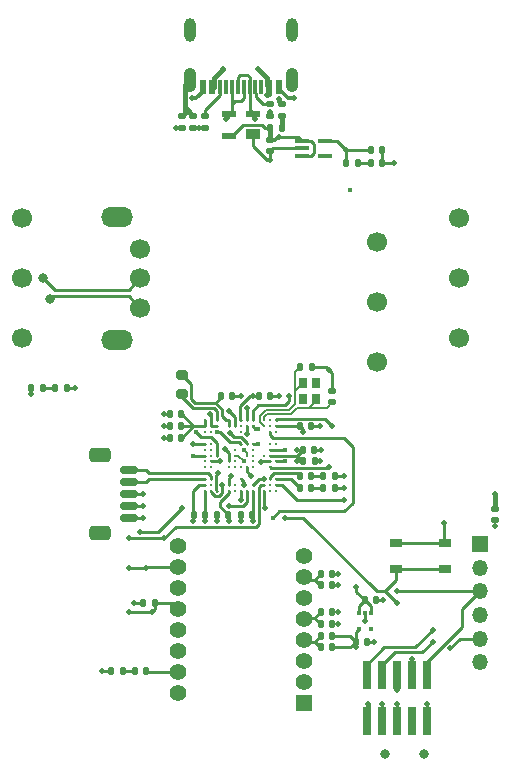
<source format=gbr>
%TF.GenerationSoftware,KiCad,Pcbnew,6.0.7+dfsg-1~bpo11+1*%
%TF.CreationDate,2022-10-07T12:23:39+00:00*%
%TF.ProjectId,redshift,72656473-6869-4667-942e-6b696361645f,0.2*%
%TF.SameCoordinates,Original*%
%TF.FileFunction,Copper,L1,Top*%
%TF.FilePolarity,Positive*%
%FSLAX46Y46*%
G04 Gerber Fmt 4.6, Leading zero omitted, Abs format (unit mm)*
G04 Created by KiCad (PCBNEW 6.0.7+dfsg-1~bpo11+1) date 2022-10-07 12:23:39*
%MOMM*%
%LPD*%
G01*
G04 APERTURE LIST*
G04 Aperture macros list*
%AMRoundRect*
0 Rectangle with rounded corners*
0 $1 Rounding radius*
0 $2 $3 $4 $5 $6 $7 $8 $9 X,Y pos of 4 corners*
0 Add a 4 corners polygon primitive as box body*
4,1,4,$2,$3,$4,$5,$6,$7,$8,$9,$2,$3,0*
0 Add four circle primitives for the rounded corners*
1,1,$1+$1,$2,$3*
1,1,$1+$1,$4,$5*
1,1,$1+$1,$6,$7*
1,1,$1+$1,$8,$9*
0 Add four rect primitives between the rounded corners*
20,1,$1+$1,$2,$3,$4,$5,0*
20,1,$1+$1,$4,$5,$6,$7,0*
20,1,$1+$1,$6,$7,$8,$9,0*
20,1,$1+$1,$8,$9,$2,$3,0*%
G04 Aperture macros list end*
%TA.AperFunction,SMDPad,CuDef*%
%ADD10RoundRect,0.135000X0.135000X0.185000X-0.135000X0.185000X-0.135000X-0.185000X0.135000X-0.185000X0*%
%TD*%
%TA.AperFunction,SMDPad,CuDef*%
%ADD11RoundRect,0.147500X0.147500X0.172500X-0.147500X0.172500X-0.147500X-0.172500X0.147500X-0.172500X0*%
%TD*%
%TA.AperFunction,SMDPad,CuDef*%
%ADD12RoundRect,0.140000X-0.140000X-0.170000X0.140000X-0.170000X0.140000X0.170000X-0.140000X0.170000X0*%
%TD*%
%TA.AperFunction,SMDPad,CuDef*%
%ADD13RoundRect,0.140000X0.140000X0.170000X-0.140000X0.170000X-0.140000X-0.170000X0.140000X-0.170000X0*%
%TD*%
%TA.AperFunction,SMDPad,CuDef*%
%ADD14RoundRect,0.140000X-0.170000X0.140000X-0.170000X-0.140000X0.170000X-0.140000X0.170000X0.140000X0*%
%TD*%
%TA.AperFunction,ComponentPad*%
%ADD15C,1.700000*%
%TD*%
%TA.AperFunction,ComponentPad*%
%ADD16O,2.700000X1.700000*%
%TD*%
%TA.AperFunction,SMDPad,CuDef*%
%ADD17RoundRect,0.147500X-0.147500X-0.172500X0.147500X-0.172500X0.147500X0.172500X-0.147500X0.172500X0*%
%TD*%
%TA.AperFunction,SMDPad,CuDef*%
%ADD18R,0.600000X1.150000*%
%TD*%
%TA.AperFunction,SMDPad,CuDef*%
%ADD19R,0.300000X1.150000*%
%TD*%
%TA.AperFunction,ComponentPad*%
%ADD20O,1.050000X2.100000*%
%TD*%
%TA.AperFunction,ComponentPad*%
%ADD21O,1.000000X2.000000*%
%TD*%
%TA.AperFunction,SMDPad,CuDef*%
%ADD22RoundRect,0.200000X0.275000X-0.200000X0.275000X0.200000X-0.275000X0.200000X-0.275000X-0.200000X0*%
%TD*%
%TA.AperFunction,SMDPad,CuDef*%
%ADD23R,0.300000X0.450000*%
%TD*%
%TA.AperFunction,SMDPad,CuDef*%
%ADD24RoundRect,0.140000X0.170000X-0.140000X0.170000X0.140000X-0.170000X0.140000X-0.170000X-0.140000X0*%
%TD*%
%TA.AperFunction,SMDPad,CuDef*%
%ADD25R,0.800000X0.900000*%
%TD*%
%TA.AperFunction,SMDPad,CuDef*%
%ADD26R,1.170000X0.400000*%
%TD*%
%TA.AperFunction,SMDPad,CuDef*%
%ADD27R,1.050000X0.650000*%
%TD*%
%TA.AperFunction,SMDPad,CuDef*%
%ADD28RoundRect,0.147500X-0.172500X0.147500X-0.172500X-0.147500X0.172500X-0.147500X0.172500X0.147500X0*%
%TD*%
%TA.AperFunction,SMDPad,CuDef*%
%ADD29RoundRect,0.135000X-0.185000X0.135000X-0.185000X-0.135000X0.185000X-0.135000X0.185000X0.135000X0*%
%TD*%
%TA.AperFunction,SMDPad,CuDef*%
%ADD30RoundRect,0.135000X-0.135000X-0.185000X0.135000X-0.185000X0.135000X0.185000X-0.135000X0.185000X0*%
%TD*%
%TA.AperFunction,SMDPad,CuDef*%
%ADD31RoundRect,0.135000X0.185000X-0.135000X0.185000X0.135000X-0.185000X0.135000X-0.185000X-0.135000X0*%
%TD*%
%TA.AperFunction,SMDPad,CuDef*%
%ADD32RoundRect,0.150000X0.625000X-0.150000X0.625000X0.150000X-0.625000X0.150000X-0.625000X-0.150000X0*%
%TD*%
%TA.AperFunction,SMDPad,CuDef*%
%ADD33RoundRect,0.250000X0.650000X-0.350000X0.650000X0.350000X-0.650000X0.350000X-0.650000X-0.350000X0*%
%TD*%
%TA.AperFunction,SMDPad,CuDef*%
%ADD34R,0.740000X2.400000*%
%TD*%
%TA.AperFunction,ComponentPad*%
%ADD35R,1.350000X1.350000*%
%TD*%
%TA.AperFunction,ComponentPad*%
%ADD36O,1.350000X1.350000*%
%TD*%
%TA.AperFunction,SMDPad,CuDef*%
%ADD37R,1.168400X0.889000*%
%TD*%
%TA.AperFunction,SMDPad,CuDef*%
%ADD38R,1.168400X0.482600*%
%TD*%
%TA.AperFunction,ComponentPad*%
%ADD39R,1.400000X1.400000*%
%TD*%
%TA.AperFunction,ComponentPad*%
%ADD40C,1.400000*%
%TD*%
%TA.AperFunction,SMDPad,CuDef*%
%ADD41C,0.240000*%
%TD*%
%TA.AperFunction,SMDPad,CuDef*%
%ADD42RoundRect,0.147500X0.172500X-0.147500X0.172500X0.147500X-0.172500X0.147500X-0.172500X-0.147500X0*%
%TD*%
%TA.AperFunction,ViaPad*%
%ADD43C,0.450000*%
%TD*%
%TA.AperFunction,ViaPad*%
%ADD44C,0.500000*%
%TD*%
%TA.AperFunction,ViaPad*%
%ADD45C,0.800000*%
%TD*%
%TA.AperFunction,Conductor*%
%ADD46C,0.250000*%
%TD*%
%TA.AperFunction,Conductor*%
%ADD47C,0.450000*%
%TD*%
%TA.AperFunction,Conductor*%
%ADD48C,0.400000*%
%TD*%
%TA.AperFunction,Conductor*%
%ADD49C,0.350000*%
%TD*%
%TA.AperFunction,Conductor*%
%ADD50C,0.200000*%
%TD*%
G04 APERTURE END LIST*
D10*
%TO.P,R6,1*%
%TO.N,+3V3*%
X145510000Y-95750000D03*
%TO.P,R6,2*%
%TO.N,Net-(D4-Pad2)*%
X144490000Y-95750000D03*
%TD*%
D11*
%TO.P,FB1,1*%
%TO.N,/VBUS_F_*%
X140985000Y-65250000D03*
%TO.P,FB1,2*%
%TO.N,+5V*%
X140015000Y-65250000D03*
%TD*%
D12*
%TO.P,C24,1*%
%TO.N,+3V3*%
X142790000Y-93500000D03*
%TO.P,C24,2*%
%TO.N,GND*%
X143750000Y-93500000D03*
%TD*%
D13*
%TO.P,C11,1*%
%TO.N,/PMU*%
X132480000Y-91500000D03*
%TO.P,C11,2*%
%TO.N,+3V3*%
X131520000Y-91500000D03*
%TD*%
%TO.P,C13,1*%
%TO.N,/PMU*%
X132480000Y-89500000D03*
%TO.P,C13,2*%
%TO.N,+3V3*%
X131520000Y-89500000D03*
%TD*%
D12*
%TO.P,C10,1*%
%TO.N,+3V3*%
X148520000Y-67100000D03*
%TO.P,C10,2*%
%TO.N,GND*%
X149480000Y-67100000D03*
%TD*%
D14*
%TO.P,C8,1*%
%TO.N,+5V*%
X140000000Y-66250000D03*
%TO.P,C8,2*%
%TO.N,GND*%
X140000000Y-67210000D03*
%TD*%
D15*
%TO.P,ENC1,A,A*%
%TO.N,/ENC_A*%
X129000000Y-80500000D03*
%TO.P,ENC1,B,B*%
%TO.N,/ENC_B*%
X129000000Y-78000000D03*
%TO.P,ENC1,C,C*%
%TO.N,GND*%
X129000000Y-75500000D03*
D16*
%TO.P,ENC1,MP*%
%TO.N,N/C*%
X127000000Y-72800000D03*
X127000000Y-83200000D03*
%TD*%
D12*
%TO.P,C14,1*%
%TO.N,/1v2*%
X135790000Y-88000000D03*
%TO.P,C14,2*%
%TO.N,GND*%
X136750000Y-88000000D03*
%TD*%
%TO.P,C20,1*%
%TO.N,Net-(C19-Pad1)*%
X144270000Y-109250000D03*
%TO.P,C20,2*%
%TO.N,+1V8*%
X145230000Y-109250000D03*
%TD*%
D17*
%TO.P,D3,1,K*%
%TO.N,/FAULT_LED*%
X142520000Y-94750000D03*
%TO.P,D3,2,A*%
%TO.N,Net-(D3-Pad2)*%
X143490000Y-94750000D03*
%TD*%
D18*
%TO.P,J1,A1,GND*%
%TO.N,GND*%
X140700000Y-61755000D03*
%TO.P,J1,A4,VBUS*%
%TO.N,/VBUS_*%
X139900000Y-61755000D03*
D19*
%TO.P,J1,A5,CC1*%
%TO.N,Net-(J1-PadA5)*%
X138750000Y-61755000D03*
%TO.P,J1,A6,D+*%
%TO.N,/USB_D+*%
X137750000Y-61755000D03*
%TO.P,J1,A7,D-*%
%TO.N,/USB_D-*%
X137250000Y-61755000D03*
%TO.P,J1,A8,SBU1*%
%TO.N,unconnected-(J1-PadA8)*%
X136250000Y-61755000D03*
D18*
%TO.P,J1,B1,GND*%
%TO.N,GND*%
X134300000Y-61755000D03*
%TO.P,J1,B4,VBUS*%
%TO.N,/VBUS_*%
X135100000Y-61755000D03*
D19*
%TO.P,J1,B5,CC2*%
%TO.N,Net-(J1-PadB5)*%
X135750000Y-61755000D03*
%TO.P,J1,B6,D+*%
%TO.N,/USB_D+*%
X136750000Y-61755000D03*
%TO.P,J1,B7,D-*%
%TO.N,/USB_D-*%
X138250000Y-61755000D03*
%TO.P,J1,B8,SBU2*%
%TO.N,unconnected-(J1-PadB8)*%
X139250000Y-61755000D03*
D20*
%TO.P,J1,S1,SHIELD*%
%TO.N,/SH*%
X141820000Y-61180000D03*
D21*
%TO.P,J1,S2,SHIELD*%
X141820000Y-57000000D03*
%TO.P,J1,S3,SHIELD*%
X133180000Y-57000000D03*
D20*
%TO.P,J1,S4,SHIELD*%
X133180000Y-61180000D03*
%TD*%
D22*
%TO.P,L1,1,1*%
%TO.N,/_1v2*%
X132500000Y-87825000D03*
%TO.P,L1,2,2*%
%TO.N,/1v2*%
X132500000Y-86175000D03*
%TD*%
D17*
%TO.P,D4,1,K*%
%TO.N,/USER_LED*%
X142515000Y-95750000D03*
%TO.P,D4,2,A*%
%TO.N,Net-(D4-Pad2)*%
X143485000Y-95750000D03*
%TD*%
D12*
%TO.P,C2,1*%
%TO.N,+5V*%
X148020000Y-105250000D03*
%TO.P,C2,2*%
%TO.N,GND*%
X148980000Y-105250000D03*
%TD*%
D23*
%TO.P,U3,1,EN*%
%TO.N,+5V*%
X148500000Y-106300000D03*
%TO.P,U3,2,GND*%
%TO.N,GND*%
X148000000Y-106300000D03*
%TO.P,U3,3,IN*%
%TO.N,+5V*%
X147500000Y-106300000D03*
%TO.P,U3,4,OUT*%
%TO.N,+1V8*%
X147500000Y-107700000D03*
%TO.P,U3,5,NC*%
%TO.N,unconnected-(U3-Pad5)*%
X148500000Y-107700000D03*
%TD*%
D13*
%TO.P,C4,1*%
%TO.N,+3V3*%
X136460000Y-98000000D03*
%TO.P,C4,2*%
%TO.N,GND*%
X135500000Y-98000000D03*
%TD*%
D24*
%TO.P,C15,1*%
%TO.N,/XTAL+*%
X145250000Y-88480000D03*
%TO.P,C15,2*%
%TO.N,GND*%
X145250000Y-87520000D03*
%TD*%
D10*
%TO.P,R4,1*%
%TO.N,+3V3*%
X122760000Y-87250000D03*
%TO.P,R4,2*%
%TO.N,Net-(D2-Pad2)*%
X121740000Y-87250000D03*
%TD*%
D25*
%TO.P,Y1,1,1*%
%TO.N,/XTAL+*%
X143850000Y-88250000D03*
%TO.P,Y1,2,2*%
%TO.N,unconnected-(Y1-Pad2)*%
X143850000Y-86850000D03*
%TO.P,Y1,3,3*%
%TO.N,/XTAL-*%
X142750000Y-86850000D03*
%TO.P,Y1,4*%
%TO.N,N/C*%
X142750000Y-88250000D03*
%TD*%
D14*
%TO.P,C1,1*%
%TO.N,/SH*%
X133500000Y-64270000D03*
%TO.P,C1,2*%
%TO.N,GND*%
X133500000Y-65230000D03*
%TD*%
D26*
%TO.P,U2,1,VIN*%
%TO.N,+5V*%
X142730000Y-66350000D03*
%TO.P,U2,2,GND*%
%TO.N,GND*%
X142730000Y-67000000D03*
%TO.P,U2,3,EN*%
%TO.N,+5V*%
X142730000Y-67650000D03*
%TO.P,U2,4*%
%TO.N,N/C*%
X144670000Y-67650000D03*
%TO.P,U2,5,VOUT*%
%TO.N,+3V3*%
X144670000Y-66350000D03*
%TD*%
D12*
%TO.P,C23,1*%
%TO.N,/XTAL-*%
X142540000Y-85500000D03*
%TO.P,C23,2*%
%TO.N,GND*%
X143500000Y-85500000D03*
%TD*%
%TO.P,C6,1*%
%TO.N,+3V3*%
X142500000Y-90500000D03*
%TO.P,C6,2*%
%TO.N,GND*%
X143460000Y-90500000D03*
%TD*%
D11*
%TO.P,D5,1,K*%
%TO.N,/SNSR_LED*%
X129485000Y-111250000D03*
%TO.P,D5,2,A*%
%TO.N,Net-(D5-Pad2)*%
X128515000Y-111250000D03*
%TD*%
D13*
%TO.P,C12,1*%
%TO.N,/PMU*%
X132480000Y-90500000D03*
%TO.P,C12,2*%
%TO.N,+3V3*%
X131520000Y-90500000D03*
%TD*%
D27*
%TO.P,SW4,1,1*%
%TO.N,/ISP*%
X150675000Y-102575000D03*
X154825000Y-102575000D03*
%TO.P,SW4,2,2*%
%TO.N,GND*%
X154825000Y-100425000D03*
X150675000Y-100425000D03*
%TD*%
D12*
%TO.P,C22,1*%
%TO.N,Net-(C21-Pad1)*%
X144270000Y-106250000D03*
%TO.P,C22,2*%
%TO.N,GND*%
X145230000Y-106250000D03*
%TD*%
D17*
%TO.P,D2,1,K*%
%TO.N,/USB1_LED*%
X119765000Y-87250000D03*
%TO.P,D2,2,A*%
%TO.N,Net-(D2-Pad2)*%
X120735000Y-87250000D03*
%TD*%
D28*
%TO.P,D7,1,K*%
%TO.N,/VBUS_*%
X159000000Y-97515000D03*
%TO.P,D7,2,A*%
%TO.N,/DBG_VIN*%
X159000000Y-98485000D03*
%TD*%
D15*
%TO.P,SW3,1,C*%
%TO.N,GND*%
X149000000Y-74920000D03*
%TO.P,SW3,2,NO*%
%TO.N,/SW3_M_NO*%
X149000000Y-80000000D03*
%TO.P,SW3,3,NC*%
%TO.N,/SW3_M_NC*%
X149000000Y-85080000D03*
%TD*%
D12*
%TO.P,C9,1*%
%TO.N,+3V3*%
X139020000Y-88000000D03*
%TO.P,C9,2*%
%TO.N,GND*%
X139980000Y-88000000D03*
%TD*%
D29*
%TO.P,R1,1*%
%TO.N,/SH*%
X132500000Y-64240000D03*
%TO.P,R1,2*%
%TO.N,GND*%
X132500000Y-65260000D03*
%TD*%
D13*
%TO.P,C3,1*%
%TO.N,+3V3*%
X134480000Y-98000000D03*
%TO.P,C3,2*%
%TO.N,GND*%
X133520000Y-98000000D03*
%TD*%
D30*
%TO.P,R7,1*%
%TO.N,+3V3*%
X126480000Y-111250000D03*
%TO.P,R7,2*%
%TO.N,Net-(D5-Pad2)*%
X127500000Y-111250000D03*
%TD*%
D31*
%TO.P,R2,1*%
%TO.N,GND*%
X140000000Y-64260000D03*
%TO.P,R2,2*%
%TO.N,Net-(J1-PadA5)*%
X140000000Y-63240000D03*
%TD*%
D11*
%TO.P,D6,1,K*%
%TO.N,GND*%
X149485000Y-68200000D03*
%TO.P,D6,2,A*%
%TO.N,Net-(D6-Pad2)*%
X148515000Y-68200000D03*
%TD*%
D13*
%TO.P,C17,1*%
%TO.N,+3V3*%
X145230000Y-103000000D03*
%TO.P,C17,2*%
%TO.N,Net-(C17-Pad2)*%
X144270000Y-103000000D03*
%TD*%
D12*
%TO.P,C7,1*%
%TO.N,+1V8*%
X147270000Y-108750000D03*
%TO.P,C7,2*%
%TO.N,GND*%
X148230000Y-108750000D03*
%TD*%
D13*
%TO.P,C5,1*%
%TO.N,+3V3*%
X138460000Y-98000000D03*
%TO.P,C5,2*%
%TO.N,GND*%
X137500000Y-98000000D03*
%TD*%
D12*
%TO.P,C16,1*%
%TO.N,+3V3*%
X142770000Y-92500000D03*
%TO.P,C16,2*%
%TO.N,GND*%
X143730000Y-92500000D03*
%TD*%
D30*
%TO.P,R8,1*%
%TO.N,GND*%
X129240000Y-105500000D03*
%TO.P,R8,2*%
%TO.N,/FC6_MISO*%
X130260000Y-105500000D03*
%TD*%
D32*
%TO.P,J2,1,Pin_1*%
%TO.N,/SW4_NO*%
X128075000Y-98250000D03*
%TO.P,J2,2,Pin_2*%
%TO.N,/SW4_NC*%
X128075000Y-97250000D03*
%TO.P,J2,3,Pin_3*%
%TO.N,GND*%
X128075000Y-96250000D03*
%TO.P,J2,4,Pin_4*%
%TO.N,/SW5_NC*%
X128075000Y-95250000D03*
%TO.P,J2,5,Pin_5*%
%TO.N,/SW5_NO*%
X128075000Y-94250000D03*
D33*
%TO.P,J2,MP*%
%TO.N,N/C*%
X125550000Y-99550000D03*
X125550000Y-92950000D03*
%TD*%
D34*
%TO.P,J4,1,VTref*%
%TO.N,/DBG_VIN*%
X148210000Y-115450000D03*
%TO.P,J4,2,SWDIO/TMS*%
%TO.N,/SWDIO*%
X148210000Y-111550000D03*
%TO.P,J4,3,GND*%
%TO.N,GND*%
X149480000Y-115450000D03*
%TO.P,J4,4,SWDCLK/TCK*%
%TO.N,/SWCLK*%
X149480000Y-111550000D03*
%TO.P,J4,5,GND*%
%TO.N,GND*%
X150750000Y-115450000D03*
%TO.P,J4,6,SWO/TDO*%
%TO.N,/SWO*%
X150750000Y-111550000D03*
%TO.P,J4,7,KEY*%
%TO.N,unconnected-(J4-Pad7)*%
X152020000Y-115450000D03*
%TO.P,J4,8,NC/TDI*%
%TO.N,/ISP*%
X152020000Y-111550000D03*
%TO.P,J4,9,GNDDetect*%
%TO.N,GND*%
X153290000Y-115450000D03*
%TO.P,J4,10,~{RESET}*%
%TO.N,/RESET*%
X153290000Y-111550000D03*
%TD*%
D35*
%TO.P,J3,1,Pin_1*%
%TO.N,GND*%
X157750000Y-100500000D03*
D36*
%TO.P,J3,2,Pin_2*%
%TO.N,/DBG_VIN*%
X157750000Y-102500000D03*
%TO.P,J3,3,Pin_3*%
%TO.N,/RESET*%
X157750000Y-104500000D03*
%TO.P,J3,4,Pin_4*%
%TO.N,/SWDIO*%
X157750000Y-106500000D03*
%TO.P,J3,5,Pin_5*%
%TO.N,/SWO*%
X157750000Y-108500000D03*
%TO.P,J3,6,Pin_6*%
%TO.N,/SWCLK*%
X157750000Y-110500000D03*
%TD*%
D13*
%TO.P,C18,1*%
%TO.N,+3V3*%
X145230000Y-104000000D03*
%TO.P,C18,2*%
%TO.N,Net-(C17-Pad2)*%
X144270000Y-104000000D03*
%TD*%
D10*
%TO.P,R5,1*%
%TO.N,+3V3*%
X145520000Y-94750000D03*
%TO.P,R5,2*%
%TO.N,Net-(D3-Pad2)*%
X144500000Y-94750000D03*
%TD*%
D37*
%TO.P,D1,1,GND*%
%TO.N,GND*%
X138516343Y-65746800D03*
D38*
%TO.P,D1,2,I/O1*%
%TO.N,/USB_D-*%
X138516343Y-64050000D03*
%TO.P,D1,3,I/O2*%
%TO.N,/USB_D+*%
X136484343Y-64049999D03*
%TO.P,D1,4,VCC*%
%TO.N,+5V*%
X136484343Y-65950001D03*
%TD*%
D39*
%TO.P,U1,1*%
%TO.N,N/C*%
X142850000Y-113985000D03*
D40*
%TO.P,U1,2*%
X142850000Y-112205000D03*
%TO.P,U1,3,GND*%
%TO.N,GND*%
X142850000Y-110425000D03*
%TO.P,U1,4,VDD*%
%TO.N,Net-(C19-Pad1)*%
X142850000Y-108645000D03*
%TO.P,U1,5,VDDPIX*%
%TO.N,Net-(C21-Pad1)*%
X142850000Y-106865000D03*
%TO.P,U1,6,GPO*%
%TO.N,unconnected-(U1-Pad6)*%
X142850000Y-105085000D03*
%TO.P,U1,7,VDDIO*%
%TO.N,Net-(C17-Pad2)*%
X142850000Y-103305000D03*
%TO.P,U1,8,GND*%
%TO.N,GND*%
X142850000Y-101525000D03*
%TO.P,U1,9,MOTION*%
%TO.N,/SNSR_MTN*%
X132150000Y-100635000D03*
%TO.P,U1,10,SCLK*%
%TO.N,/FC6_SCK*%
X132150000Y-102415000D03*
%TO.P,U1,11,MOSI*%
%TO.N,/FC6_MOSI*%
X132150000Y-104195000D03*
%TO.P,U1,12,MISO*%
%TO.N,/FC6_MISO*%
X132150000Y-105975000D03*
%TO.P,U1,13,~{CS}*%
%TO.N,/FC6_CS1*%
X132150000Y-107755000D03*
%TO.P,U1,14,~{RESET}*%
%TO.N,/SNSR_RST*%
X132150000Y-109535000D03*
%TO.P,U1,15,LED_P*%
%TO.N,/SNSR_LED*%
X132150000Y-111315000D03*
%TO.P,U1,16*%
%TO.N,N/C*%
X132150000Y-113095000D03*
%TD*%
D41*
%TO.P,IC1,A1,USB0_DM*%
%TO.N,unconnected-(IC1-PadA1)*%
X140500000Y-96000000D03*
%TO.P,IC1,A2,USB0_DP*%
%TO.N,unconnected-(IC1-PadA2)*%
X140000000Y-96000000D03*
%TO.P,IC1,A3,USB0_3V3*%
%TO.N,+3V3*%
X139500000Y-96000000D03*
%TO.P,IC1,A5,VDD_1*%
X138500000Y-96000000D03*
%TO.P,IC1,A6,PIO1_8/ADC0_4*%
%TO.N,/SNSR_RST*%
X138000000Y-96000000D03*
%TO.P,IC1,A7,PIO0_5/TDI*%
%TO.N,/ISP*%
X137500000Y-96000000D03*
%TO.P,IC1,A8,PIO1_28*%
%TO.N,unconnected-(IC1-PadA8)*%
X137000000Y-96000000D03*
%TO.P,IC1,A9,VDD_2*%
%TO.N,+3V3*%
X136500000Y-96000000D03*
%TO.P,IC1,A11,PIO0_25*%
%TO.N,/SW4_NC*%
X135500000Y-96000000D03*
%TO.P,IC1,A12,PIO0_21*%
%TO.N,/SW4_NO*%
X135000000Y-96000000D03*
%TO.P,IC1,A13,VDD_3*%
%TO.N,+3V3*%
X134500000Y-96000000D03*
%TO.P,IC1,B1,USB0_VSS*%
%TO.N,GND*%
X140500000Y-95500000D03*
%TO.P,IC1,B2,PIO1_4*%
%TO.N,unconnected-(IC1-PadB2)*%
X140000000Y-95500000D03*
%TO.P,IC1,B3,PIO1_13*%
%TO.N,/FC6_MOSI*%
X139500000Y-95500000D03*
%TO.P,IC1,B5,VSS_1*%
%TO.N,GND*%
X138500000Y-95500000D03*
%TO.P,IC1,B8,PIO1_25*%
%TO.N,unconnected-(IC1-PadB8)*%
X137000000Y-95500000D03*
%TO.P,IC1,B9,VSS_2*%
%TO.N,GND*%
X136500000Y-95500000D03*
%TO.P,IC1,B12,PIO0_20*%
%TO.N,unconnected-(IC1-PadB12)*%
X135000000Y-95500000D03*
%TO.P,IC1,B13,VSS_3*%
%TO.N,GND*%
X134500000Y-95500000D03*
%TO.P,IC1,C1,PIO1_9/ADC0_12*%
%TO.N,/USER_LED*%
X140500000Y-95000000D03*
%TO.P,IC1,C2,PIO1_20*%
%TO.N,/FAULT_LED*%
X140000000Y-95000000D03*
%TO.P,IC1,C7,PIO1_16*%
%TO.N,/FC6_MISO*%
X137500000Y-95000000D03*
%TO.P,IC1,C12,PIO0_13*%
%TO.N,/SW5_NO*%
X135000000Y-95000000D03*
%TO.P,IC1,C13,PIO0_14*%
%TO.N,/SW5_NC*%
X134500000Y-95000000D03*
%TO.P,IC1,E2,PIO0_12/ADC0_10*%
%TO.N,/SWDIO*%
X140000000Y-94000000D03*
%TO.P,IC1,E5,PIO0_30*%
%TO.N,unconnected-(IC1-PadE5)*%
X138500000Y-94000000D03*
%TO.P,IC1,E6,PIO0_19*%
%TO.N,/SNSR_MTN*%
X138000000Y-94000000D03*
%TO.P,IC1,E7,PIO0_4/TMS*%
%TO.N,unconnected-(IC1-PadE7)*%
X137500000Y-94000000D03*
%TO.P,IC1,E8,PIO1_27*%
%TO.N,unconnected-(IC1-PadE8)*%
X137000000Y-94000000D03*
%TO.P,IC1,E9,PIO0_22*%
%TO.N,unconnected-(IC1-PadE9)*%
X136500000Y-94000000D03*
%TO.P,IC1,E12,PIO0_24*%
%TO.N,unconnected-(IC1-PadE12)*%
X135000000Y-94000000D03*
%TO.P,IC1,E13,PIO1_26*%
%TO.N,unconnected-(IC1-PadE13)*%
X134500000Y-94000000D03*
%TO.P,IC1,F1,PIO0_11/ADC0_9*%
%TO.N,/SWCLK*%
X140500000Y-93500000D03*
%TO.P,IC1,F2,PIO0_10/ADC0_1*%
%TO.N,/SWO*%
X140000000Y-93500000D03*
%TO.P,IC1,F5,PIO0_1*%
%TO.N,unconnected-(IC1-PadF5)*%
X138500000Y-93500000D03*
%TO.P,IC1,F8,PIO0_3/TCK*%
%TO.N,unconnected-(IC1-PadF8)*%
X137000000Y-93500000D03*
%TO.P,IC1,F9,PIO1_30/WAKEUP*%
%TO.N,/USB1_LED*%
X136500000Y-93500000D03*
%TO.P,IC1,F12,PIO1_12*%
%TO.N,/FC6_SCK*%
X135000000Y-93500000D03*
%TO.P,IC1,F13,PIO0_28/WAKEUP*%
%TO.N,unconnected-(IC1-PadF13)*%
X134500000Y-93500000D03*
%TO.P,IC1,G1,VREFP*%
%TO.N,+3V3*%
X140500000Y-93000000D03*
%TO.P,IC1,G2,VDDA*%
X140000000Y-93000000D03*
%TO.P,IC1,G3,PIO0_17*%
%TO.N,unconnected-(IC1-PadG3)*%
X139500000Y-93000000D03*
%TO.P,IC1,G5,PIO0_7*%
%TO.N,unconnected-(IC1-PadG5)*%
X138500000Y-93000000D03*
%TO.P,IC1,G6,PIO1_11*%
%TO.N,/SW2_R_NO*%
X138000000Y-93000000D03*
%TO.P,IC1,G8,PIO1_29*%
%TO.N,/SW2_R_NC*%
X137000000Y-93000000D03*
%TO.P,IC1,G11,PIO1_1/WAKEUP*%
%TO.N,/ENC_A*%
X135500000Y-93000000D03*
%TO.P,IC1,G12,PIO1_2*%
%TO.N,unconnected-(IC1-PadG12)*%
X135000000Y-93000000D03*
%TO.P,IC1,G13,PIO1_3*%
%TO.N,/ENC_B*%
X134500000Y-93000000D03*
%TO.P,IC1,H1,VREFN*%
%TO.N,GND*%
X140500000Y-92500000D03*
%TO.P,IC1,H2,VSSA*%
X140000000Y-92500000D03*
%TO.P,IC1,H5,PIO1_6*%
%TO.N,unconnected-(IC1-PadH5)*%
X138500000Y-92500000D03*
%TO.P,IC1,H8,PIO0_29*%
%TO.N,unconnected-(IC1-PadH8)*%
X137000000Y-92500000D03*
%TO.P,IC1,H12,PIO0_26*%
%TO.N,unconnected-(IC1-PadH12)*%
X135000000Y-92500000D03*
%TO.P,IC1,H13,PIO1_19/ACMPVREF*%
%TO.N,unconnected-(IC1-PadH13)*%
X134500000Y-92500000D03*
%TO.P,IC1,J1,PIO0_23/ADC0_0*%
%TO.N,unconnected-(IC1-PadJ1)*%
X140500000Y-92000000D03*
%TO.P,IC1,J2,PIO0_16/ADC0_8*%
%TO.N,unconnected-(IC1-PadJ2)*%
X140000000Y-92000000D03*
%TO.P,IC1,J5,PIO1_7*%
%TO.N,/SW3_M_NC*%
X138500000Y-92000000D03*
%TO.P,IC1,J6,RESETN*%
%TO.N,/RESET*%
X138000000Y-92000000D03*
%TO.P,IC1,J7,PIO1_10*%
%TO.N,/SW1_L_NC*%
X137500000Y-92000000D03*
%TO.P,IC1,J12,XTAL32K_N*%
%TO.N,unconnected-(IC1-PadJ12)*%
X135000000Y-92000000D03*
%TO.P,IC1,J13,XTAL32K_P*%
%TO.N,GND*%
X134500000Y-92000000D03*
%TO.P,IC1,L1,PIO0_31/ADC0_3*%
%TO.N,unconnected-(IC1-PadL1)*%
X140500000Y-91000000D03*
%TO.P,IC1,L2,PIO0_15/ADC0_2*%
%TO.N,/FC6_CS1*%
X140000000Y-91000000D03*
%TO.P,IC1,L7,PIO1_14/ACMP0_D*%
%TO.N,unconnected-(IC1-PadL7)*%
X137500000Y-91000000D03*
%TO.P,IC1,L12,PIO0_0/_ACMP0_A*%
%TO.N,unconnected-(IC1-PadL12)*%
X135000000Y-91000000D03*
%TO.P,IC1,L13,PIO0_9/ACMP0_B*%
%TO.N,unconnected-(IC1-PadL13)*%
X134500000Y-91000000D03*
%TO.P,IC1,M1,VDD_4*%
%TO.N,+3V3*%
X140500000Y-90500000D03*
%TO.P,IC1,M2,PIO0_8*%
%TO.N,unconnected-(IC1-PadM2)*%
X140000000Y-90500000D03*
%TO.P,IC1,M3,XTAL32M_N*%
%TO.N,/XTAL-*%
X139500000Y-90500000D03*
%TO.P,IC1,M5,PIO1_5*%
%TO.N,/SW3_M_NO*%
X138500000Y-90500000D03*
%TO.P,IC1,M6,USB1_DP*%
%TO.N,/USB_D+*%
X138000000Y-90500000D03*
%TO.P,IC1,M7,PIO1_21*%
%TO.N,unconnected-(IC1-PadM7)*%
X137500000Y-90500000D03*
%TO.P,IC1,M8,PIO1_22*%
%TO.N,/SW1_L_NO*%
X137000000Y-90500000D03*
%TO.P,IC1,M9,VDD_PMU*%
%TO.N,/1v2*%
X136500000Y-90500000D03*
%TO.P,IC1,M11,VSS_PMU*%
%TO.N,GND*%
X135500000Y-90500000D03*
%TO.P,IC1,M12,VSS_DCDC_1*%
X135000000Y-90500000D03*
%TO.P,IC1,M13,VBAT__PMU*%
%TO.N,/PMU*%
X134500000Y-90500000D03*
%TO.P,IC1,N1,VSS_4*%
%TO.N,GND*%
X140500000Y-90000000D03*
%TO.P,IC1,N2,PIO0_27*%
%TO.N,unconnected-(IC1-PadN2)*%
X140000000Y-90000000D03*
%TO.P,IC1,N3,XTAL32M_P*%
%TO.N,/XTAL+*%
X139500000Y-90000000D03*
%TO.P,IC1,N5,USB1_VSS*%
%TO.N,GND*%
X138500000Y-90000000D03*
%TO.P,IC1,N6,USB1_DM*%
%TO.N,/USB_D-*%
X138000000Y-90000000D03*
%TO.P,IC1,N7,USB1_3V3*%
%TO.N,+3V3*%
X137500000Y-90000000D03*
%TO.P,IC1,N9,FB*%
%TO.N,/1v2*%
X136500000Y-90000000D03*
%TO.P,IC1,N11,LX*%
%TO.N,/_1v2*%
X135500000Y-90000000D03*
%TO.P,IC1,N12,VSS_DCDC_2*%
%TO.N,GND*%
X135000000Y-90000000D03*
%TO.P,IC1,N13,VBAT_DCDC*%
%TO.N,/PMU*%
X134500000Y-90000000D03*
%TD*%
D12*
%TO.P,C19,1*%
%TO.N,Net-(C19-Pad1)*%
X144270000Y-108250000D03*
%TO.P,C19,2*%
%TO.N,+1V8*%
X145230000Y-108250000D03*
%TD*%
D15*
%TO.P,SW2,1,C*%
%TO.N,GND*%
X156000000Y-72920000D03*
%TO.P,SW2,2,NO*%
%TO.N,/SW2_R_NO*%
X156000000Y-78000000D03*
%TO.P,SW2,3,NC*%
%TO.N,/SW2_R_NC*%
X156000000Y-83080000D03*
%TD*%
D42*
%TO.P,F1,1*%
%TO.N,/VBUS_F_*%
X141000000Y-64235000D03*
%TO.P,F1,2*%
%TO.N,/VBUS_*%
X141000000Y-63265000D03*
%TD*%
D30*
%TO.P,R13,1*%
%TO.N,+3V3*%
X146390000Y-68200000D03*
%TO.P,R13,2*%
%TO.N,Net-(D6-Pad2)*%
X147410000Y-68200000D03*
%TD*%
D12*
%TO.P,C21,1*%
%TO.N,Net-(C21-Pad1)*%
X144290000Y-107250000D03*
%TO.P,C21,2*%
%TO.N,GND*%
X145250000Y-107250000D03*
%TD*%
D15*
%TO.P,SW1,1,C*%
%TO.N,GND*%
X119000000Y-72920000D03*
%TO.P,SW1,2,NO*%
%TO.N,/SW1_L_NO*%
X119000000Y-78000000D03*
%TO.P,SW1,3,NC*%
%TO.N,/SW1_L_NC*%
X119000000Y-83080000D03*
%TD*%
D31*
%TO.P,R3,1*%
%TO.N,GND*%
X134500000Y-65260000D03*
%TO.P,R3,2*%
%TO.N,Net-(J1-PadB5)*%
X134500000Y-64240000D03*
%TD*%
D43*
%TO.N,+5V*%
X146750000Y-70500000D03*
D44*
X140700000Y-66000000D03*
X147300000Y-104100000D03*
%TO.N,+3V3*%
X138500000Y-88000000D03*
X146250000Y-94750000D03*
X131000000Y-89500000D03*
X145750000Y-104000000D03*
X138500000Y-98500000D03*
X145750000Y-103000000D03*
X142250000Y-92500000D03*
X123500000Y-87250000D03*
X146400000Y-67100000D03*
X134500000Y-98500000D03*
X146250000Y-95750000D03*
X142750000Y-91000000D03*
X131000000Y-91500000D03*
X136500000Y-98500000D03*
X125750000Y-111250000D03*
X139549011Y-97450989D03*
X142250000Y-93500000D03*
D45*
X153000000Y-118250000D03*
D44*
X131000000Y-90500000D03*
%TO.N,+1V8*%
X147250000Y-109250000D03*
%TO.N,/USB_D+*%
X136250000Y-64500000D03*
X138042518Y-91207482D03*
%TO.N,/USB_D-*%
X138000000Y-89000000D03*
X138750000Y-64500000D03*
%TO.N,/VBUS_*%
X136000000Y-60250000D03*
X159000000Y-96250000D03*
X140718767Y-62781233D03*
X139000000Y-60250000D03*
X139759355Y-62504544D03*
%TO.N,/USB1_LED*%
X136143360Y-92413402D03*
X119750000Y-87750000D03*
D43*
%TO.N,/FC6_CS1*%
X140250000Y-98250000D03*
D44*
%TO.N,/RESET*%
X136620878Y-91129122D03*
X150725500Y-104500000D03*
%TO.N,/FC6_SCK*%
X128000000Y-102500000D03*
X129475500Y-102500000D03*
X135750000Y-93500000D03*
%TO.N,/FC6_MOSI*%
X131024500Y-100000000D03*
X128000000Y-100000000D03*
%TO.N,/FC6_MISO*%
X137750000Y-95500000D03*
X129975500Y-106250000D03*
X128000000Y-106250000D03*
D43*
%TO.N,/SW1_L_NC*%
X135519107Y-91020248D03*
D44*
%TO.N,/SNSR_RST*%
X132500000Y-97450989D03*
X129000000Y-99475500D03*
X136500000Y-97274500D03*
%TO.N,/SW1_L_NO*%
X136500000Y-89250000D03*
%TO.N,GND*%
X136700989Y-94750000D03*
X144270000Y-92500000D03*
X142000000Y-62750000D03*
X145750000Y-107250000D03*
X144250000Y-90500000D03*
X128500000Y-105500000D03*
X146250000Y-96750000D03*
X134000000Y-65250000D03*
X139451727Y-94957641D03*
X134925500Y-89524020D03*
X150750000Y-114000000D03*
X140000000Y-68000000D03*
X141600989Y-88000000D03*
D45*
X149750000Y-118250000D03*
D44*
X145000000Y-85750000D03*
X133475011Y-92000000D03*
X137500000Y-98500000D03*
X148000000Y-107000000D03*
X140750000Y-88000000D03*
X153250000Y-114000000D03*
X150500000Y-68250000D03*
X135500000Y-98500000D03*
X149500000Y-114000000D03*
X148750000Y-108750000D03*
X140000000Y-63909500D03*
X145750000Y-106250000D03*
X145250000Y-90500000D03*
X132000000Y-65250000D03*
X149520000Y-105270000D03*
X137528381Y-87971619D03*
X144250000Y-93500000D03*
X133374500Y-62750000D03*
D43*
X141250000Y-92500000D03*
D44*
X133500000Y-98500000D03*
X129250000Y-96250000D03*
X154750000Y-98750000D03*
%TO.N,/SW4_NC*%
X135544503Y-94500000D03*
X129250000Y-97250000D03*
%TO.N,/SW4_NO*%
X135944011Y-95500000D03*
X129250000Y-98250000D03*
D43*
%TO.N,/SW2_R_NO*%
X137750000Y-92519503D03*
%TO.N,/SW2_R_NC*%
X137750000Y-93500000D03*
%TO.N,/SW3_M_NO*%
X139000000Y-90750000D03*
%TO.N,/SW3_M_NC*%
X139000000Y-92000000D03*
%TO.N,/ENC_B*%
X133500000Y-93000000D03*
D45*
X120750000Y-78000000D03*
%TO.N,/ENC_A*%
X121334080Y-79767133D03*
D43*
X133750000Y-91000000D03*
D44*
%TO.N,/SWO*%
X150750000Y-112874500D03*
X139250000Y-93548273D03*
X155250000Y-109274500D03*
D43*
%TO.N,/SWCLK*%
X141250000Y-93500000D03*
D44*
X153750000Y-108750000D03*
%TO.N,/SWDIO*%
X153750000Y-107750000D03*
X145000000Y-94000000D03*
%TO.N,/SNSR_MTN*%
X138397276Y-94749989D03*
%TO.N,/ISP*%
X141250000Y-98250000D03*
X150725500Y-105500000D03*
X152000000Y-110250000D03*
X137500000Y-96750000D03*
%TO.N,/DBG_VIN*%
X159000000Y-99000000D03*
X148250000Y-114000000D03*
%TD*%
D46*
%TO.N,+5V*%
X142380000Y-66000000D02*
X142730000Y-66350000D01*
X148020000Y-105270000D02*
X148500000Y-105750000D01*
X143414022Y-67650000D02*
X142730000Y-67650000D01*
X148020000Y-105250000D02*
X148000000Y-105250000D01*
X147300000Y-104530000D02*
X148020000Y-105250000D01*
D47*
X140015000Y-65250000D02*
X140015000Y-66235000D01*
D46*
X139547265Y-65250000D02*
X139325054Y-65027789D01*
X136799999Y-65950001D02*
X136434343Y-65950001D01*
X143414022Y-66350000D02*
X143700000Y-66635978D01*
X143700000Y-66635978D02*
X143700000Y-67364022D01*
X148000000Y-105250000D02*
X147500000Y-105750000D01*
X139325054Y-65027789D02*
X137722211Y-65027789D01*
D47*
X140015000Y-66235000D02*
X140000000Y-66250000D01*
D46*
X148020000Y-105250000D02*
X148020000Y-105270000D01*
X147300000Y-104100000D02*
X147300000Y-104530000D01*
X137722211Y-65027789D02*
X136799999Y-65950001D01*
X143700000Y-67364022D02*
X143414022Y-67650000D01*
X147500000Y-105750000D02*
X147500000Y-106300000D01*
X148500000Y-105750000D02*
X148500000Y-106300000D01*
X140604236Y-66000000D02*
X140700000Y-66000000D01*
X140700000Y-66000000D02*
X142380000Y-66000000D01*
X140015000Y-65250000D02*
X139547265Y-65250000D01*
X140354236Y-66250000D02*
X140604236Y-66000000D01*
X142730000Y-66350000D02*
X143414022Y-66350000D01*
%TO.N,+3V3*%
X138500000Y-97980000D02*
X138520000Y-98000000D01*
X136460000Y-98000000D02*
X135750000Y-97290000D01*
X142520000Y-93250000D02*
X142270000Y-93000000D01*
X142250000Y-93500000D02*
X142520000Y-93500000D01*
X138500000Y-98040000D02*
X138460000Y-98000000D01*
X145230000Y-104000000D02*
X145750000Y-104000000D01*
X139020000Y-88000000D02*
X138500000Y-88000000D01*
X146250000Y-95750000D02*
X145510000Y-95750000D01*
X148520000Y-67100000D02*
X146400000Y-67100000D01*
X136500000Y-98500000D02*
X136500000Y-98040000D01*
X138460000Y-98000000D02*
X138500000Y-97960000D01*
X123500000Y-87250000D02*
X122760000Y-87250000D01*
X131000000Y-91500000D02*
X131520000Y-91500000D01*
X136500000Y-98040000D02*
X136460000Y-98000000D01*
X138500000Y-98500000D02*
X138500000Y-98040000D01*
X142770000Y-92500000D02*
X142270000Y-93000000D01*
X142750000Y-91000000D02*
X142750000Y-90750000D01*
X144670000Y-66350000D02*
X145650000Y-66350000D01*
X142270000Y-93000000D02*
X140000000Y-93000000D01*
X146400000Y-67100000D02*
X146400000Y-68190000D01*
X142520000Y-93500000D02*
X142520000Y-93250000D01*
X135750000Y-96908285D02*
X136500000Y-96158285D01*
X145650000Y-66350000D02*
X146400000Y-67100000D01*
X139549011Y-97450989D02*
X139500000Y-97401978D01*
X125750000Y-111250000D02*
X126480000Y-111250000D01*
X134500000Y-97980000D02*
X134520000Y-98000000D01*
X136500000Y-96158285D02*
X136500000Y-96000000D01*
X139500000Y-97401978D02*
X139500000Y-96000000D01*
X146400000Y-68190000D02*
X146390000Y-68200000D01*
X134500000Y-98500000D02*
X134500000Y-98020000D01*
X138500000Y-97960000D02*
X138500000Y-96000000D01*
X134500000Y-96000000D02*
X134500000Y-97980000D01*
X135750000Y-97290000D02*
X135750000Y-96908285D01*
X134500000Y-98020000D02*
X134480000Y-98000000D01*
X136500000Y-97980000D02*
X136520000Y-98000000D01*
X146250000Y-94750000D02*
X145520000Y-94750000D01*
X131000000Y-89500000D02*
X131520000Y-89500000D01*
X145750000Y-103000000D02*
X145230000Y-103000000D01*
X138500000Y-88000000D02*
X138258228Y-88000000D01*
X142750000Y-90750000D02*
X142500000Y-90500000D01*
X137475489Y-88782739D02*
X137475489Y-89975489D01*
X137475489Y-89975489D02*
X137500000Y-90000000D01*
X131000000Y-90500000D02*
X131520000Y-90500000D01*
X142250000Y-92500000D02*
X142770000Y-92500000D01*
X138258228Y-88000000D02*
X137475489Y-88782739D01*
X142500000Y-90500000D02*
X140500000Y-90500000D01*
%TO.N,+1V8*%
X147250000Y-109250000D02*
X147270000Y-109230000D01*
X147270000Y-109230000D02*
X147270000Y-108750000D01*
X145230000Y-109250000D02*
X146770000Y-109250000D01*
X147270000Y-107930000D02*
X147500000Y-107700000D01*
X146770000Y-108250000D02*
X147270000Y-108750000D01*
X145230000Y-108250000D02*
X146770000Y-108250000D01*
X147270000Y-108750000D02*
X147270000Y-107930000D01*
X146770000Y-109250000D02*
X147270000Y-108750000D01*
%TO.N,/PMU*%
X132500000Y-89500000D02*
X133500000Y-90500000D01*
X132500000Y-91500000D02*
X133500000Y-90500000D01*
X132480000Y-89500000D02*
X132500000Y-89500000D01*
X134500000Y-90000000D02*
X134500000Y-90500000D01*
X134500000Y-90500000D02*
X133500000Y-90500000D01*
X132480000Y-91500000D02*
X132500000Y-91500000D01*
X133500000Y-90500000D02*
X132480000Y-90500000D01*
%TO.N,/1v2*%
X136500000Y-90500000D02*
X136500000Y-90000000D01*
X135790000Y-88000000D02*
X135790000Y-88125006D01*
X135899520Y-89649520D02*
X135899520Y-89084514D01*
X135365006Y-88550000D02*
X133659183Y-88550000D01*
X133299520Y-88190337D02*
X133299520Y-86974520D01*
X136250000Y-90000000D02*
X135899520Y-89649520D01*
X133659183Y-88550000D02*
X133299520Y-88190337D01*
X133299520Y-86974520D02*
X132500000Y-86175000D01*
X135899520Y-89084514D02*
X135365006Y-88550000D01*
X136500000Y-90000000D02*
X136250000Y-90000000D01*
X135790000Y-88125006D02*
X135365006Y-88550000D01*
%TO.N,/USB_D+*%
X136750000Y-63784342D02*
X136484343Y-64049999D01*
X137750000Y-62764511D02*
X137750000Y-61755000D01*
X138042518Y-90542518D02*
X138000000Y-90500000D01*
X136750000Y-63750000D02*
X136750000Y-63784342D01*
X137000000Y-63000000D02*
X137514511Y-63000000D01*
X137514511Y-63000000D02*
X137750000Y-62764511D01*
X136484343Y-64049999D02*
X136484343Y-64265657D01*
X136484343Y-64265657D02*
X136250000Y-64500000D01*
X136750000Y-63250000D02*
X137000000Y-63000000D01*
X138042518Y-91207482D02*
X138042518Y-90542518D01*
X136750000Y-63750000D02*
X136750000Y-61755000D01*
%TO.N,/USB_D-*%
X138020000Y-60750000D02*
X137480000Y-60750000D01*
X138250000Y-60980000D02*
X138020000Y-60750000D01*
X138250000Y-63720349D02*
X138516343Y-63986692D01*
X137480000Y-60750000D02*
X137250000Y-60980000D01*
X137250000Y-60980000D02*
X137250000Y-61755000D01*
X138250000Y-61755000D02*
X138250000Y-60980000D01*
X138516343Y-64050000D02*
X138516343Y-64266343D01*
X138000000Y-90000000D02*
X138000000Y-89000000D01*
X138516343Y-63986692D02*
X138516343Y-64050000D01*
X138250000Y-61755000D02*
X138250000Y-63720349D01*
X138516343Y-64266343D02*
X138750000Y-64500000D01*
%TO.N,/VBUS_F_*%
X141000000Y-65235000D02*
X140985000Y-65250000D01*
D47*
X141000000Y-64235000D02*
X141000000Y-65235000D01*
%TO.N,/VBUS_*%
X139900000Y-62363899D02*
X139759355Y-62504544D01*
D48*
X139000000Y-60250000D02*
X139749511Y-60999511D01*
X135250489Y-61755000D02*
X135100000Y-61755000D01*
D47*
X159000000Y-96250000D02*
X159000000Y-97515000D01*
X140718767Y-62983767D02*
X141000000Y-63265000D01*
D48*
X139749511Y-60999511D02*
X139749511Y-61604511D01*
D47*
X139900000Y-61755000D02*
X139900000Y-62363899D01*
D48*
X139749511Y-61604511D02*
X139900000Y-61755000D01*
D47*
X140718767Y-62781233D02*
X140718767Y-62983767D01*
D48*
X135250489Y-60999511D02*
X135250489Y-61755000D01*
X136000000Y-60250000D02*
X135250489Y-60999511D01*
D46*
%TO.N,/USB1_LED*%
X119750000Y-87750000D02*
X119750000Y-87265000D01*
X136143360Y-92413402D02*
X136500000Y-92770042D01*
X119750000Y-87265000D02*
X119765000Y-87250000D01*
X136500000Y-92770042D02*
X136500000Y-93500000D01*
%TO.N,/FC6_CS1*%
X140000000Y-91296640D02*
X140000000Y-91000000D01*
X147000000Y-97000000D02*
X147000000Y-92250000D01*
X140250000Y-98250000D02*
X140775000Y-97725000D01*
X140227871Y-91524511D02*
X140000000Y-91296640D01*
X147000000Y-92250000D02*
X146274511Y-91524511D01*
X140775000Y-97725000D02*
X146275000Y-97725000D01*
X146275000Y-97725000D02*
X147000000Y-97000000D01*
X146274511Y-91524511D02*
X140227871Y-91524511D01*
%TO.N,/RESET*%
X156250000Y-106000000D02*
X156750000Y-105500000D01*
X156250000Y-107500000D02*
X156250000Y-106000000D01*
X136620878Y-91129122D02*
X136911267Y-91419511D01*
X153290000Y-111550000D02*
X153290000Y-110460000D01*
X150725500Y-104500000D02*
X157750000Y-104500000D01*
X153290000Y-110460000D02*
X156250000Y-107500000D01*
X136911267Y-91419511D02*
X137512790Y-91419511D01*
X156750000Y-105500000D02*
X157750000Y-104500000D01*
X137512790Y-91419511D02*
X138000000Y-91906721D01*
X138000000Y-91906721D02*
X138000000Y-92000000D01*
%TO.N,/FC6_SCK*%
X129560500Y-102415000D02*
X132150000Y-102415000D01*
X135750000Y-93500000D02*
X135000000Y-93500000D01*
X129475500Y-102500000D02*
X128000000Y-102500000D01*
X129475500Y-102500000D02*
X129560500Y-102415000D01*
%TO.N,/FC6_MOSI*%
X131999989Y-99024511D02*
X138799022Y-99024511D01*
X139024511Y-95678849D02*
X139203360Y-95500000D01*
X131024500Y-100000000D02*
X128000000Y-100000000D01*
X139024511Y-98799022D02*
X139024511Y-95678849D01*
X139203360Y-95500000D02*
X139500000Y-95500000D01*
X138799022Y-99024511D02*
X139024511Y-98799022D01*
X131024500Y-100000000D02*
X131999989Y-99024511D01*
%TO.N,/FC6_MISO*%
X129975500Y-106250000D02*
X130260000Y-105965500D01*
X131675000Y-105500000D02*
X132150000Y-105975000D01*
X130260000Y-105965500D02*
X130260000Y-105500000D01*
X129975500Y-106250000D02*
X128000000Y-106250000D01*
X137750000Y-95500000D02*
X137750000Y-95250000D01*
X137750000Y-95250000D02*
X137500000Y-95000000D01*
X130260000Y-105500000D02*
X131675000Y-105500000D01*
%TO.N,Net-(D2-Pad2)*%
X120735000Y-87250000D02*
X121740000Y-87250000D01*
%TO.N,Net-(J1-PadB5)*%
X134500000Y-63750000D02*
X134500000Y-64240000D01*
X135750000Y-61755000D02*
X135750000Y-62500000D01*
X135750000Y-62500000D02*
X134500000Y-63750000D01*
%TO.N,Net-(J1-PadA5)*%
X138774511Y-62653533D02*
X139360978Y-63240000D01*
X139360978Y-63240000D02*
X140000000Y-63240000D01*
X138750000Y-61755000D02*
X138750000Y-62258228D01*
X138750000Y-62258228D02*
X138774511Y-62282739D01*
X138774511Y-62282739D02*
X138774511Y-62653533D01*
%TO.N,/SW1_L_NC*%
X135519107Y-91020248D02*
X135770248Y-91020248D01*
X137319031Y-91819031D02*
X137500000Y-92000000D01*
X135770248Y-91020248D02*
X136569031Y-91819031D01*
X136569031Y-91819031D02*
X137319031Y-91819031D01*
D47*
%TO.N,/SH*%
X133180000Y-61180000D02*
X132750000Y-61610000D01*
X132750000Y-63520000D02*
X133500000Y-64270000D01*
X132750000Y-61610000D02*
X132750000Y-63990000D01*
X132750000Y-63990000D02*
X132500000Y-64240000D01*
D46*
%TO.N,/SNSR_RST*%
X138024511Y-96024511D02*
X138000000Y-96000000D01*
X137725500Y-97274500D02*
X138024511Y-96975489D01*
X136500000Y-97274500D02*
X137725500Y-97274500D01*
X130475489Y-99475500D02*
X132500000Y-97450989D01*
X138024511Y-96975489D02*
X138024511Y-96024511D01*
X129000000Y-99475500D02*
X130475489Y-99475500D01*
%TO.N,/SW1_L_NO*%
X136500000Y-89250000D02*
X137000000Y-89750000D01*
X137000000Y-89750000D02*
X137000000Y-90500000D01*
%TO.N,/_1v2*%
X132500000Y-87825000D02*
X132500000Y-88026535D01*
X135199520Y-88949520D02*
X135500000Y-89250000D01*
X132500000Y-88026535D02*
X133422985Y-88949520D01*
X135500000Y-89250000D02*
X135500000Y-90000000D01*
X133422985Y-88949520D02*
X135199520Y-88949520D01*
%TO.N,GND*%
X140000000Y-67210000D02*
X140000000Y-68000000D01*
X144750000Y-85500000D02*
X145000000Y-85750000D01*
X138516343Y-66766343D02*
X138516343Y-65746800D01*
X154750000Y-100350000D02*
X154825000Y-100425000D01*
X129250000Y-96250000D02*
X128075000Y-96250000D01*
X149480000Y-115450000D02*
X149480000Y-114020000D01*
X140000000Y-63909500D02*
X140000000Y-64260000D01*
X149485000Y-67105000D02*
X149485000Y-68200000D01*
X133500000Y-96000000D02*
X133500000Y-98500000D01*
X149520000Y-105270000D02*
X149000000Y-105270000D01*
X140210000Y-67000000D02*
X142730000Y-67000000D01*
X154825000Y-100425000D02*
X150675000Y-100425000D01*
X140000000Y-68000000D02*
X139750000Y-68000000D01*
X138991772Y-88750000D02*
X138500000Y-89241772D01*
X137528381Y-87971619D02*
X136778381Y-87971619D01*
X132000000Y-65250000D02*
X132010000Y-65260000D01*
X144250000Y-90500000D02*
X143460000Y-90500000D01*
X133980000Y-65230000D02*
X133500000Y-65230000D01*
X134925500Y-89524020D02*
X135000000Y-89598520D01*
X133475011Y-92000000D02*
X134500000Y-92000000D01*
X140584520Y-89915480D02*
X140500000Y-90000000D01*
X139451727Y-94957641D02*
X139042359Y-94957641D01*
D49*
X141465481Y-62715481D02*
X140700000Y-61950000D01*
D46*
X154750000Y-98750000D02*
X154750000Y-100350000D01*
X145250000Y-86000000D02*
X145250000Y-87520000D01*
X141250000Y-88750000D02*
X138991772Y-88750000D01*
X148750000Y-108750000D02*
X148230000Y-108750000D01*
X128500000Y-105500000D02*
X129240000Y-105500000D01*
D49*
X140700000Y-61950000D02*
X140700000Y-61755000D01*
D46*
X134500000Y-95500000D02*
X134000000Y-95500000D01*
X139980000Y-88000000D02*
X140750000Y-88000000D01*
X150500000Y-68250000D02*
X149535000Y-68250000D01*
X141250000Y-92500000D02*
X140000000Y-92500000D01*
X144250000Y-93500000D02*
X143710000Y-93500000D01*
X135000000Y-89598520D02*
X135000000Y-90000000D01*
X148000000Y-107000000D02*
X148000000Y-106300000D01*
X149480000Y-114020000D02*
X149500000Y-114000000D01*
X136778381Y-87971619D02*
X136750000Y-88000000D01*
X139750000Y-68000000D02*
X138516343Y-66766343D01*
X143500000Y-85500000D02*
X144750000Y-85500000D01*
X132010000Y-65260000D02*
X132500000Y-65260000D01*
X135000000Y-90500000D02*
X135000000Y-90000000D01*
X149480000Y-67100000D02*
X149485000Y-67105000D01*
X134000000Y-95500000D02*
X133500000Y-96000000D01*
X141600989Y-88399011D02*
X141250000Y-88750000D01*
X136500000Y-94950989D02*
X136500000Y-95500000D01*
D49*
X134300000Y-62200000D02*
X134300000Y-61755000D01*
D46*
X145000000Y-85750000D02*
X145250000Y-86000000D01*
D49*
X133750000Y-62750000D02*
X134300000Y-62200000D01*
D46*
X135500000Y-90500000D02*
X135000000Y-90500000D01*
X141000000Y-95500000D02*
X140500000Y-95500000D01*
X138500000Y-89241772D02*
X138500000Y-90000000D01*
X140000000Y-67210000D02*
X140210000Y-67000000D01*
X144270000Y-92500000D02*
X143730000Y-92500000D01*
D49*
X133374500Y-62750000D02*
X133750000Y-62750000D01*
D46*
X144665480Y-89915480D02*
X140584520Y-89915480D01*
X134000000Y-65250000D02*
X133980000Y-65230000D01*
X141600989Y-88000000D02*
X141600989Y-88399011D01*
X139042359Y-94957641D02*
X138500000Y-95500000D01*
X150750000Y-115450000D02*
X150750000Y-114000000D01*
X145250000Y-90500000D02*
X144665480Y-89915480D01*
X146250000Y-96750000D02*
X142250000Y-96750000D01*
X149535000Y-68250000D02*
X149485000Y-68200000D01*
X153290000Y-115450000D02*
X153290000Y-114040000D01*
D49*
X142000000Y-62750000D02*
X141965481Y-62715481D01*
D46*
X136700989Y-94750000D02*
X136500000Y-94950989D01*
X153290000Y-114040000D02*
X153250000Y-114000000D01*
X142250000Y-96750000D02*
X141000000Y-95500000D01*
D49*
X141965481Y-62715481D02*
X141465481Y-62715481D01*
D46*
%TO.N,Net-(C17-Pad2)*%
X144250000Y-103000000D02*
X143750000Y-103500000D01*
X144250000Y-104000000D02*
X143750000Y-103500000D01*
X143045000Y-103500000D02*
X142850000Y-103305000D01*
X144270000Y-103000000D02*
X144250000Y-103000000D01*
X143750000Y-103500000D02*
X143045000Y-103500000D01*
X144270000Y-104000000D02*
X144250000Y-104000000D01*
%TO.N,/SNSR_LED*%
X129550000Y-111315000D02*
X129485000Y-111250000D01*
X132150000Y-111315000D02*
X129550000Y-111315000D01*
%TO.N,/SW4_NC*%
X135544503Y-94500000D02*
X135419511Y-94624992D01*
X135419511Y-94624992D02*
X135419511Y-95919511D01*
X135419511Y-95919511D02*
X135500000Y-96000000D01*
X129250000Y-97250000D02*
X128075000Y-97250000D01*
%TO.N,/SW4_NO*%
X135000000Y-96093279D02*
X135000000Y-96000000D01*
X135326232Y-96419511D02*
X135000000Y-96093279D01*
X135944011Y-95500000D02*
X135944011Y-96149268D01*
X129250000Y-98250000D02*
X128075000Y-98250000D01*
X135673768Y-96419511D02*
X135326232Y-96419511D01*
X135944011Y-96149268D02*
X135673768Y-96419511D01*
%TO.N,/SW5_NC*%
X134500000Y-95000000D02*
X129750000Y-95000000D01*
X129500000Y-95250000D02*
X128075000Y-95250000D01*
X129750000Y-95000000D02*
X129500000Y-95250000D01*
%TO.N,/SW5_NO*%
X129500000Y-94250000D02*
X128075000Y-94250000D01*
X129750000Y-94500000D02*
X129500000Y-94250000D01*
X135000000Y-95000000D02*
X135000000Y-94750000D01*
X135000000Y-94750000D02*
X134750000Y-94500000D01*
X134750000Y-94500000D02*
X129750000Y-94500000D01*
%TO.N,/FAULT_LED*%
X140000000Y-95000000D02*
X140000000Y-94794940D01*
X140000000Y-94794940D02*
X140294940Y-94500000D01*
X140294940Y-94500000D02*
X142270000Y-94500000D01*
X142270000Y-94500000D02*
X142520000Y-94750000D01*
%TO.N,Net-(D3-Pad2)*%
X143490000Y-94750000D02*
X144500000Y-94750000D01*
%TO.N,/USER_LED*%
X142515000Y-95750000D02*
X141765000Y-95000000D01*
X141765000Y-95000000D02*
X140500000Y-95000000D01*
%TO.N,Net-(D4-Pad2)*%
X143485000Y-95750000D02*
X144490000Y-95750000D01*
D50*
%TO.N,/SW2_R_NO*%
X138000000Y-92769503D02*
X138000000Y-93000000D01*
X137750000Y-92519503D02*
X138000000Y-92769503D01*
%TO.N,/SW2_R_NC*%
X137750000Y-93500000D02*
X137250000Y-93000000D01*
X137250000Y-93000000D02*
X137000000Y-93000000D01*
D46*
%TO.N,/SW3_M_NO*%
X138750000Y-90750000D02*
X138500000Y-90500000D01*
X139000000Y-90750000D02*
X138750000Y-90750000D01*
%TO.N,/SW3_M_NC*%
X139000000Y-92000000D02*
X138500000Y-92000000D01*
%TO.N,/ENC_B*%
X120750000Y-78000000D02*
X121750000Y-79000000D01*
X121750000Y-79000000D02*
X128000000Y-79000000D01*
X128000000Y-79000000D02*
X129000000Y-78000000D01*
X133500000Y-93000000D02*
X134500000Y-93000000D01*
%TO.N,/ENC_A*%
X135500000Y-91906721D02*
X135500000Y-93000000D01*
X134144511Y-91394511D02*
X134987790Y-91394511D01*
X128000000Y-79500000D02*
X129000000Y-80500000D01*
X121334080Y-79767133D02*
X121601213Y-79500000D01*
X133750000Y-91000000D02*
X134144511Y-91394511D01*
X134987790Y-91394511D02*
X135500000Y-91906721D01*
X121601213Y-79500000D02*
X128000000Y-79500000D01*
%TO.N,/SWO*%
X156500000Y-108500000D02*
X157750000Y-108500000D01*
X139250000Y-93548273D02*
X139298273Y-93500000D01*
X156024500Y-108500000D02*
X156500000Y-108500000D01*
X139298273Y-93500000D02*
X140000000Y-93500000D01*
X155250000Y-109274500D02*
X156024500Y-108500000D01*
%TO.N,/SWCLK*%
X150550480Y-109649520D02*
X152850480Y-109649520D01*
X141250000Y-93500000D02*
X140500000Y-93500000D01*
X149480000Y-111550000D02*
X149480000Y-110520000D01*
X152850480Y-109649520D02*
X153750000Y-108750000D01*
X149480000Y-110720000D02*
X150550480Y-109649520D01*
X149480000Y-111550000D02*
X149480000Y-110720000D01*
%TO.N,/SWDIO*%
X145000000Y-94000000D02*
X144915480Y-94084520D01*
X149660978Y-109250000D02*
X148210000Y-110700978D01*
X152250000Y-109250000D02*
X149660978Y-109250000D01*
X144915480Y-94084520D02*
X140084520Y-94084520D01*
X148210000Y-110700978D02*
X148210000Y-111550000D01*
X140084520Y-94084520D02*
X140000000Y-94000000D01*
X153750000Y-107750000D02*
X152250000Y-109250000D01*
%TO.N,Net-(D5-Pad2)*%
X128515000Y-111250000D02*
X127500000Y-111250000D01*
%TO.N,Net-(C19-Pad1)*%
X144250000Y-109250000D02*
X144270000Y-109250000D01*
X143750000Y-108750000D02*
X142955000Y-108750000D01*
X144250000Y-108250000D02*
X143750000Y-108750000D01*
X143750000Y-108750000D02*
X144250000Y-109250000D01*
X142955000Y-108750000D02*
X142850000Y-108645000D01*
X144270000Y-108250000D02*
X144250000Y-108250000D01*
%TO.N,Net-(C21-Pad1)*%
X144270000Y-106250000D02*
X144250000Y-106250000D01*
X143750000Y-106750000D02*
X142965000Y-106750000D01*
X144250000Y-107250000D02*
X144290000Y-107250000D01*
X142965000Y-106750000D02*
X142850000Y-106865000D01*
X144250000Y-106250000D02*
X143750000Y-106750000D01*
X143750000Y-106750000D02*
X144250000Y-107250000D01*
%TO.N,/SNSR_MTN*%
X138000000Y-94302731D02*
X138000000Y-94000000D01*
X138397276Y-94700007D02*
X138000000Y-94302731D01*
X138397276Y-94749989D02*
X138397276Y-94700007D01*
D50*
%TO.N,/XTAL+*%
X143850000Y-88250000D02*
X143850000Y-88499022D01*
X143850000Y-88400000D02*
X143300489Y-88949511D01*
X139750000Y-89500000D02*
X141750000Y-89500000D01*
X139500000Y-89750000D02*
X139750000Y-89500000D01*
X141750000Y-89500000D02*
X142300489Y-88949511D01*
X142300489Y-88949511D02*
X143300489Y-88949511D01*
X139500000Y-90000000D02*
X139500000Y-89750000D01*
X143300489Y-88949511D02*
X144780489Y-88949511D01*
X143850000Y-88250000D02*
X143850000Y-88400000D01*
X144780489Y-88949511D02*
X145250000Y-88480000D01*
%TO.N,/XTAL-*%
X139442076Y-90500000D02*
X139105489Y-90163413D01*
X139105489Y-89650215D02*
X139605224Y-89150480D01*
X141599520Y-89150480D02*
X142100489Y-88649511D01*
X139105489Y-90163413D02*
X139105489Y-89650215D01*
X139605224Y-89150480D02*
X141599520Y-89150480D01*
X142100489Y-88649511D02*
X142100489Y-87499511D01*
X139500000Y-90500000D02*
X139442076Y-90500000D01*
X142100489Y-85939511D02*
X142540000Y-85500000D01*
X142100489Y-87499511D02*
X142100489Y-85939511D01*
X142100489Y-87499511D02*
X142750000Y-86850000D01*
D46*
%TO.N,/ISP*%
X141250000Y-98250000D02*
X142750000Y-98250000D01*
X154825000Y-102575000D02*
X150675000Y-102575000D01*
X149725500Y-104500000D02*
X150725500Y-105500000D01*
X137500000Y-96750000D02*
X137500000Y-96000000D01*
X150675000Y-102575000D02*
X150675000Y-103550500D01*
X149000000Y-104500000D02*
X149725500Y-104500000D01*
X150675000Y-103550500D02*
X149725500Y-104500000D01*
X142750000Y-98250000D02*
X149000000Y-104500000D01*
%TO.N,Net-(D6-Pad2)*%
X147410000Y-68200000D02*
X148515000Y-68200000D01*
D47*
%TO.N,/DBG_VIN*%
X148250000Y-115410000D02*
X148210000Y-115450000D01*
X148250000Y-114000000D02*
X148250000Y-115410000D01*
%TD*%
M02*

</source>
